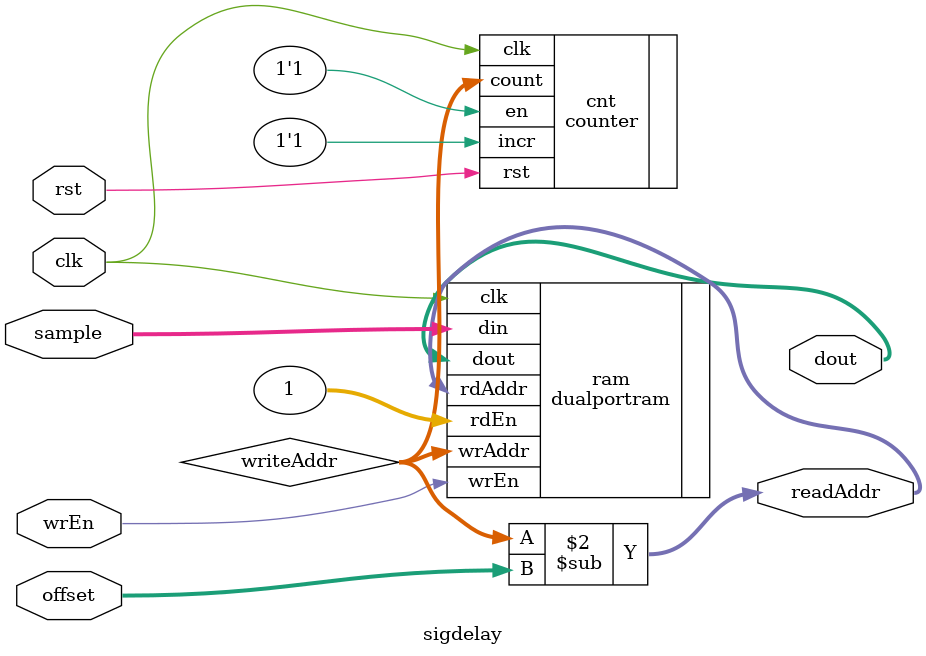
<source format=sv>
module sigdelay (
    input logic clk,
    input logic [7:0] sample,
    input logic [8:0] offset,
    input logic wrEn,
    input logic rst,
    output logic [7:0] dout,
    output logic [8:0] readAddr
);

    logic [8:0] writeAddr;
    //logic [8:0] readAddr;

    always_comb readAddr = writeAddr - offset;

    counter cnt (
        .clk(clk),
        .rst(rst),
        .en(1'b1),
        .incr(1'b1),
        .count(writeAddr)
    );

    dualportram #(.ADDRESS_WIDTH(9)) ram (
        .clk(clk),
        .din(sample),
        .wrAddr(writeAddr),
        .rdEn(1),
        .wrEn(wrEn),
        .rdAddr(readAddr),
        .dout(dout)
    );
    
endmodule

</source>
